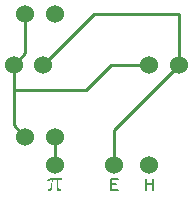
<source format=gtl>
G04 Layer: TopLayer*
G04 EasyEDA v6.4.7, 2020-11-02T22:22:41--5:00*
G04 f05881e945704cecbeccc323a2f2ae3c,b7756ed7ca0c4192a86fef36f494ae1e,NaN*
G04 Gerber Generator version 0.2*
G04 Scale: 100 percent, Rotated: No, Reflected: No *
G04 Dimensions in millimeters *
G04 leading zeros omitted , absolute positions ,3 integer and 3 decimal *
%FSLAX33Y33*%
%MOMM*%
G90*
D02*

%ADD10C,0.254000*%
%ADD11C,0.203200*%
%ADD12C,1.524000*%

%LPD*%
G54D10*
G01X4999Y4902D02*
G01X4999Y2489D01*
G01X1524Y8839D02*
G01X1524Y5878D01*
G01X2499Y4902D01*
G01X2499Y15316D02*
G01X2499Y12000D01*
G01X1499Y10999D01*
G01X15499Y10999D02*
G01X15499Y15316D01*
G01X8316Y15316D01*
G01X3999Y10999D01*
G01X12999Y10998D02*
G01X9779Y10998D01*
G01X7620Y8839D01*
G01X1524Y8839D01*
G01X1501Y10998D01*
G01X10000Y2499D02*
G01X10000Y5499D01*
G01X15499Y10999D01*
G54D11*
G01X12700Y1339D02*
G01X12700Y384D01*
G01X13337Y1339D02*
G01X13337Y384D01*
G01X12700Y884D02*
G01X13337Y884D01*
G01X9779Y1339D02*
G01X9779Y384D01*
G01X9779Y1339D02*
G01X10370Y1339D01*
G01X9779Y884D02*
G01X10142Y884D01*
G01X9779Y384D02*
G01X10370Y384D01*

%LPD*%
G36*
G01X5572Y1387D02*
G01X4792Y1387D01*
G01X4715Y1386D01*
G01X4648Y1381D01*
G01X4589Y1372D01*
G01X4537Y1359D01*
G01X4490Y1342D01*
G01X4446Y1321D01*
G01X4405Y1294D01*
G01X4363Y1263D01*
G01X4378Y1189D01*
G01X4716Y1237D01*
G01X4714Y1180D01*
G01X4710Y1064D01*
G01X4707Y1006D01*
G01X4705Y948D01*
G01X4702Y889D01*
G01X4698Y830D01*
G01X4695Y771D01*
G01X4691Y712D01*
G01X4686Y653D01*
G01X4681Y593D01*
G01X4676Y534D01*
G01X4620Y529D01*
G01X4564Y523D01*
G01X4512Y516D01*
G01X4467Y508D01*
G01X4448Y492D01*
G01X4434Y471D01*
G01X4425Y444D01*
G01X4422Y409D01*
G01X4431Y364D01*
G01X4458Y330D01*
G01X4498Y310D01*
G01X4549Y303D01*
G01X4595Y306D01*
G01X4636Y318D01*
G01X4673Y337D01*
G01X4704Y365D01*
G01X4730Y402D01*
G01X4750Y447D01*
G01X4764Y502D01*
G01X4772Y567D01*
G01X4777Y621D01*
G01X4781Y675D01*
G01X4784Y730D01*
G01X4787Y786D01*
G01X4790Y843D01*
G01X4792Y899D01*
G01X4797Y1184D01*
G01X4798Y1240D01*
G01X5158Y1240D01*
G01X5156Y1187D01*
G01X5153Y1131D01*
G01X5150Y1073D01*
G01X5148Y1012D01*
G01X5145Y951D01*
G01X5143Y890D01*
G01X5141Y830D01*
G01X5139Y771D01*
G01X5138Y715D01*
G01X5136Y662D01*
G01X5136Y613D01*
G01X5135Y569D01*
G01X5139Y505D01*
G01X5149Y450D01*
G01X5166Y404D01*
G01X5189Y367D01*
G01X5220Y339D01*
G01X5258Y319D01*
G01X5302Y307D01*
G01X5354Y303D01*
G01X5412Y310D01*
G01X5463Y332D01*
G01X5509Y371D01*
G01X5552Y427D01*
G01X5532Y475D01*
G01X5506Y465D01*
G01X5481Y457D01*
G01X5454Y452D01*
G01X5427Y450D01*
G01X5373Y459D01*
G01X5332Y489D01*
G01X5306Y546D01*
G01X5295Y638D01*
G01X5278Y1240D01*
G01X5580Y1230D01*
G01X5572Y1387D01*
G37*

%LPD*%
G54D12*
G01X12999Y2499D03*
G01X9999Y2499D03*
G01X4999Y2489D03*
G01X1499Y11000D03*
G01X12999Y11000D03*
G01X15500Y11000D03*
G01X3999Y11000D03*
G01X2500Y15316D03*
G01X4999Y15316D03*
G01X2500Y4902D03*
G01X4999Y4902D03*
M00*
M02*

</source>
